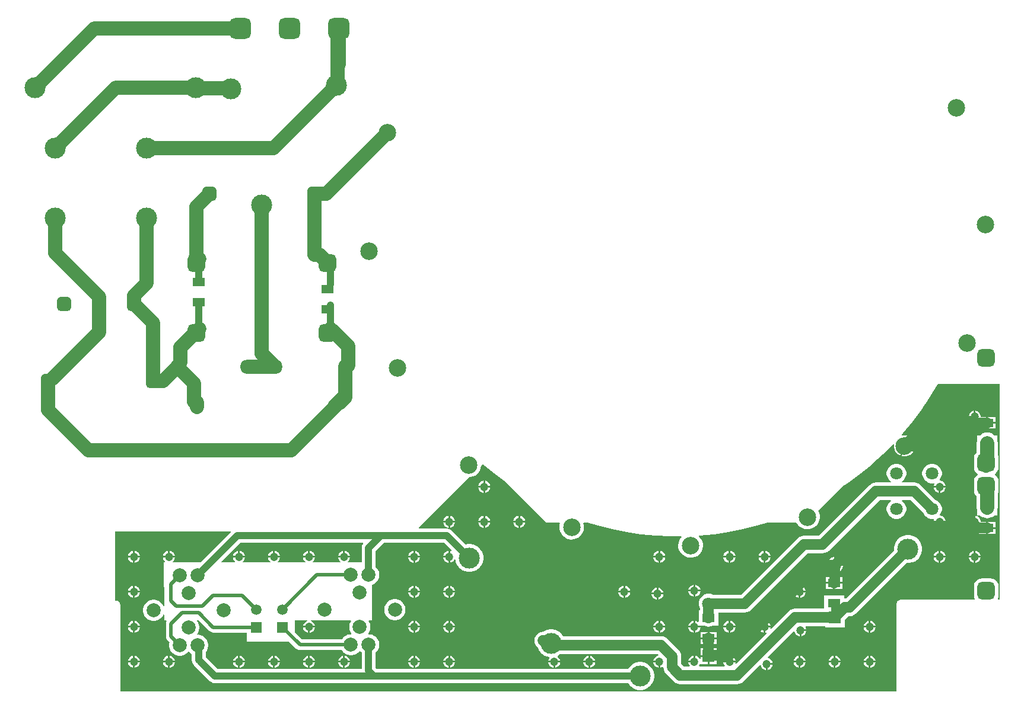
<source format=gbl>
G04*
G04 #@! TF.GenerationSoftware,Altium Limited,Altium Designer,22.9.1 (49)*
G04*
G04 Layer_Physical_Order=2*
G04 Layer_Color=16711680*
%FSLAX25Y25*%
%MOIN*%
G70*
G04*
G04 #@! TF.SameCoordinates,1257689D-38EC-466F-A697-83967F765A24*
G04*
G04*
G04 #@! TF.FilePolarity,Positive*
G04*
G01*
G75*
%ADD49R,0.07087X0.04528*%
%ADD54C,0.03937*%
%ADD55C,0.05906*%
%ADD56C,0.01968*%
%ADD57C,0.07874*%
G04:AMPARAMS|DCode=58|XSize=78.74mil|YSize=78.74mil|CornerRadius=19.68mil|HoleSize=0mil|Usage=FLASHONLY|Rotation=0.000|XOffset=0mil|YOffset=0mil|HoleType=Round|Shape=RoundedRectangle|*
%AMROUNDEDRECTD58*
21,1,0.07874,0.03937,0,0,0.0*
21,1,0.03937,0.07874,0,0,0.0*
1,1,0.03937,0.01968,-0.01968*
1,1,0.03937,-0.01968,-0.01968*
1,1,0.03937,-0.01968,0.01968*
1,1,0.03937,0.01968,0.01968*
%
%ADD58ROUNDEDRECTD58*%
G04:AMPARAMS|DCode=59|XSize=98.43mil|YSize=98.43mil|CornerRadius=24.61mil|HoleSize=0mil|Usage=FLASHONLY|Rotation=90.000|XOffset=0mil|YOffset=0mil|HoleType=Round|Shape=RoundedRectangle|*
%AMROUNDEDRECTD59*
21,1,0.09843,0.04921,0,0,90.0*
21,1,0.04921,0.09843,0,0,90.0*
1,1,0.04921,0.02461,0.02461*
1,1,0.04921,0.02461,-0.02461*
1,1,0.04921,-0.02461,-0.02461*
1,1,0.04921,-0.02461,0.02461*
%
%ADD59ROUNDEDRECTD59*%
%ADD60R,0.07087X0.07087*%
%ADD61C,0.07087*%
%ADD62C,0.09843*%
G04:AMPARAMS|DCode=63|XSize=70.87mil|YSize=70.87mil|CornerRadius=17.72mil|HoleSize=0mil|Usage=FLASHONLY|Rotation=0.000|XOffset=0mil|YOffset=0mil|HoleType=Round|Shape=RoundedRectangle|*
%AMROUNDEDRECTD63*
21,1,0.07087,0.03543,0,0,0.0*
21,1,0.03543,0.07087,0,0,0.0*
1,1,0.03543,0.01772,-0.01772*
1,1,0.03543,-0.01772,-0.01772*
1,1,0.03543,-0.01772,0.01772*
1,1,0.03543,0.01772,0.01772*
%
%ADD63ROUNDEDRECTD63*%
G04:AMPARAMS|DCode=64|XSize=98.43mil|YSize=98.43mil|CornerRadius=24.61mil|HoleSize=0mil|Usage=FLASHONLY|Rotation=0.000|XOffset=0mil|YOffset=0mil|HoleType=Round|Shape=RoundedRectangle|*
%AMROUNDEDRECTD64*
21,1,0.09843,0.04921,0,0,0.0*
21,1,0.04921,0.09843,0,0,0.0*
1,1,0.04921,0.02461,-0.02461*
1,1,0.04921,-0.02461,-0.02461*
1,1,0.04921,-0.02461,0.02461*
1,1,0.04921,0.02461,0.02461*
%
%ADD64ROUNDEDRECTD64*%
%ADD65C,0.07874*%
%ADD66C,0.11811*%
%ADD67R,0.05906X0.05906*%
%ADD68C,0.05906*%
G04:AMPARAMS|DCode=69|XSize=118.11mil|YSize=118.11mil|CornerRadius=29.53mil|HoleSize=0mil|Usage=FLASHONLY|Rotation=0.000|XOffset=0mil|YOffset=0mil|HoleType=Round|Shape=RoundedRectangle|*
%AMROUNDEDRECTD69*
21,1,0.11811,0.05906,0,0,0.0*
21,1,0.05906,0.11811,0,0,0.0*
1,1,0.05906,0.02953,-0.02953*
1,1,0.05906,-0.02953,-0.02953*
1,1,0.05906,-0.02953,0.02953*
1,1,0.05906,0.02953,0.02953*
%
%ADD69ROUNDEDRECTD69*%
%ADD70C,0.06693*%
%ADD71C,0.04724*%
G36*
X276026Y-165483D02*
X275194D01*
X274917Y-164983D01*
X275276Y-164117D01*
X275428Y-162961D01*
Y-158039D01*
X275276Y-156883D01*
X274830Y-155806D01*
X274119Y-154880D01*
X273194Y-154171D01*
X272117Y-153724D01*
X270961Y-153572D01*
X266039D01*
X264883Y-153724D01*
X263806Y-154171D01*
X262880Y-154880D01*
X262171Y-155806D01*
X261724Y-156883D01*
X261572Y-158039D01*
Y-162961D01*
X261724Y-164117D01*
X262083Y-164983D01*
X261806Y-165483D01*
X220500D01*
X219537Y-165675D01*
X218720Y-166220D01*
X218175Y-167037D01*
X217983Y-168000D01*
Y-216971D01*
X-217983D01*
Y-168500D01*
X-218175Y-167537D01*
X-218720Y-166720D01*
X-219537Y-166175D01*
X-220500Y-165983D01*
X-221000D01*
Y-127000D01*
X-156139D01*
X-155948Y-127462D01*
X-172986Y-144500D01*
X-188538D01*
X-188682Y-144114D01*
X-188690Y-144000D01*
X-188089Y-143399D01*
X-187646Y-142632D01*
X-187433Y-141835D01*
X-194126D01*
X-193913Y-142632D01*
X-193470Y-143399D01*
X-192869Y-144000D01*
X-192877Y-144114D01*
X-193021Y-144500D01*
X-193500D01*
Y-145500D01*
Y-155500D01*
Y-158500D01*
X-193465D01*
Y-169019D01*
X-193965Y-169118D01*
X-194137Y-168703D01*
X-194783Y-167736D01*
X-195606Y-166913D01*
X-196573Y-166267D01*
X-197648Y-165821D01*
X-198788Y-165594D01*
X-199952D01*
X-201093Y-165821D01*
X-202167Y-166267D01*
X-203135Y-166913D01*
X-203957Y-167736D01*
X-204604Y-168703D01*
X-205049Y-169777D01*
X-205276Y-170918D01*
Y-172082D01*
X-205049Y-173223D01*
X-204604Y-174297D01*
X-203957Y-175265D01*
X-203135Y-176087D01*
X-202167Y-176733D01*
X-201093Y-177179D01*
X-199952Y-177406D01*
X-198788D01*
X-197648Y-177179D01*
X-196573Y-176733D01*
X-195606Y-176087D01*
X-194783Y-175265D01*
X-194137Y-174297D01*
X-193965Y-173882D01*
X-193465Y-173981D01*
Y-177000D01*
X-192253D01*
X-192031Y-177448D01*
X-192079Y-177511D01*
X-192377Y-178229D01*
X-192478Y-179000D01*
Y-186256D01*
X-192377Y-187027D01*
X-192079Y-187745D01*
X-191606Y-188362D01*
X-190387Y-189581D01*
X-190591Y-190603D01*
Y-191767D01*
X-190364Y-192908D01*
X-189918Y-193982D01*
X-189272Y-194950D01*
X-188450Y-195772D01*
X-187482Y-196418D01*
X-186408Y-196864D01*
X-185267Y-197091D01*
X-184103D01*
X-182963Y-196864D01*
X-181888Y-196418D01*
X-180921Y-195772D01*
X-180098Y-194950D01*
X-179935Y-194706D01*
X-179435D01*
X-179272Y-194950D01*
X-178450Y-195772D01*
X-177903Y-196138D01*
Y-199568D01*
X-177767Y-200596D01*
X-177371Y-201554D01*
X-176740Y-202376D01*
X-176212Y-202781D01*
X-175808Y-203308D01*
X-167808Y-211308D01*
X-166985Y-211939D01*
X-166028Y-212336D01*
X-165000Y-212471D01*
X67183D01*
X67884Y-213519D01*
X68981Y-214616D01*
X70270Y-215478D01*
X71703Y-216071D01*
X73225Y-216374D01*
X74775D01*
X76297Y-216071D01*
X77730Y-215478D01*
X79019Y-214616D01*
X80116Y-213519D01*
X80978Y-212230D01*
X81571Y-210797D01*
X81874Y-209276D01*
Y-207724D01*
X81571Y-206203D01*
X80978Y-204770D01*
X80116Y-203481D01*
X79019Y-202384D01*
X77730Y-201522D01*
X76297Y-200929D01*
X74775Y-200626D01*
X73225D01*
X71703Y-200929D01*
X70270Y-201522D01*
X68981Y-202384D01*
X67884Y-203481D01*
X67183Y-204529D01*
X-73855D01*
X-74529Y-203855D01*
Y-195251D01*
X-73913Y-194635D01*
X-73267Y-193667D01*
X-72821Y-192593D01*
X-72594Y-191452D01*
Y-190288D01*
X-72821Y-189147D01*
X-73267Y-188073D01*
X-73913Y-187106D01*
X-74735Y-186283D01*
X-75703Y-185637D01*
X-76777Y-185192D01*
X-77918Y-184965D01*
X-78549D01*
X-78593Y-184925D01*
X-78799Y-184465D01*
X-78267Y-183667D01*
X-77821Y-182593D01*
X-77595Y-181452D01*
Y-180288D01*
X-77821Y-179148D01*
X-78267Y-178073D01*
X-78649Y-177500D01*
X-78382Y-177000D01*
X-76500D01*
Y-157064D01*
X-75703Y-156733D01*
X-74735Y-156087D01*
X-73913Y-155264D01*
X-73267Y-154297D01*
X-72821Y-153223D01*
X-72594Y-152082D01*
Y-150918D01*
X-72821Y-149777D01*
X-73267Y-148703D01*
X-73913Y-147736D01*
X-74529Y-147119D01*
Y-138145D01*
X-69855Y-133471D01*
X-36145D01*
X-31906Y-137709D01*
X-32165Y-138158D01*
X-32799Y-137988D01*
Y-141335D01*
Y-144682D01*
X-32001Y-144468D01*
X-31235Y-144025D01*
X-30609Y-143399D01*
X-30349Y-142949D01*
X-29822Y-143036D01*
X-29571Y-144297D01*
X-28978Y-145730D01*
X-28116Y-147019D01*
X-27019Y-148116D01*
X-25730Y-148978D01*
X-24297Y-149571D01*
X-22775Y-149874D01*
X-21225D01*
X-19703Y-149571D01*
X-18270Y-148978D01*
X-16981Y-148116D01*
X-15884Y-147019D01*
X-15022Y-145730D01*
X-14429Y-144297D01*
X-14126Y-142775D01*
Y-141225D01*
X-14429Y-139703D01*
X-15022Y-138270D01*
X-15884Y-136981D01*
X-16981Y-135884D01*
X-18270Y-135022D01*
X-19703Y-134429D01*
X-21225Y-134126D01*
X-22775D01*
X-24012Y-134372D01*
X-31692Y-126692D01*
X-32515Y-126061D01*
X-33472Y-125664D01*
X-34500Y-125529D01*
X-50168D01*
X-50359Y-125067D01*
X-21857Y-96565D01*
X-21270Y-96540D01*
X-19952Y-96217D01*
X-18722Y-95643D01*
X-17627Y-94841D01*
X-16711Y-93840D01*
X-16007Y-92680D01*
X-15542Y-91405D01*
X-15336Y-90063D01*
X-15337Y-90045D01*
X-14761Y-89469D01*
X-14311Y-89297D01*
X-13001Y-90372D01*
X-12328Y-90957D01*
X-11163Y-91880D01*
X-8035Y-94447D01*
X-7991Y-94471D01*
X-7958Y-94508D01*
X-1446Y-99337D01*
X21217Y-122000D01*
X28768D01*
X29055Y-122410D01*
X28829Y-123031D01*
X28622Y-124373D01*
X28681Y-125728D01*
X29004Y-127047D01*
X29578Y-128277D01*
X30380Y-129371D01*
X31381Y-130288D01*
X32541Y-130992D01*
X33816Y-131456D01*
X35158Y-131663D01*
X36514Y-131604D01*
X37832Y-131281D01*
X39062Y-130708D01*
X40156Y-129905D01*
X41073Y-128904D01*
X41777Y-127744D01*
X42241Y-126469D01*
X42448Y-125127D01*
X42389Y-123772D01*
X42077Y-122500D01*
X42103Y-122341D01*
X42320Y-122000D01*
X44259D01*
X50302Y-123833D01*
X50352Y-123838D01*
X50397Y-123860D01*
X58272Y-125832D01*
X58322Y-125835D01*
X58368Y-125854D01*
X66331Y-127437D01*
X66381D01*
X66428Y-127454D01*
X74458Y-128646D01*
X74508Y-128643D01*
X74556Y-128658D01*
X82635Y-129453D01*
X82685Y-129448D01*
X82734Y-129461D01*
X90842Y-129859D01*
X90892Y-129852D01*
X90941Y-129861D01*
X97054D01*
X97274Y-130361D01*
X96801Y-130878D01*
X96097Y-132038D01*
X95632Y-133313D01*
X95426Y-134655D01*
X95485Y-136011D01*
X95808Y-137329D01*
X96381Y-138559D01*
X97184Y-139653D01*
X98184Y-140570D01*
X99345Y-141274D01*
X100620Y-141738D01*
X101961Y-141945D01*
X103317Y-141886D01*
X104636Y-141563D01*
X105866Y-140990D01*
X106960Y-140187D01*
X107877Y-139186D01*
X108581Y-138026D01*
X109045Y-136751D01*
X109252Y-135409D01*
X109192Y-134054D01*
X108870Y-132735D01*
X108296Y-131505D01*
X107494Y-130411D01*
X106976Y-129937D01*
X107146Y-129466D01*
X107266Y-129461D01*
X107315Y-129448D01*
X107365Y-129453D01*
X115444Y-128658D01*
X115492Y-128643D01*
X115542Y-128646D01*
X123572Y-127454D01*
X123619Y-127437D01*
X123669D01*
X131632Y-125854D01*
X131678Y-125835D01*
X131728Y-125832D01*
X139603Y-123860D01*
X139648Y-123838D01*
X139698Y-123833D01*
X145741Y-122000D01*
X161804D01*
X162035Y-122494D01*
X162837Y-123588D01*
X163838Y-124505D01*
X164998Y-125209D01*
X166273Y-125673D01*
X167615Y-125880D01*
X168971Y-125820D01*
X170289Y-125498D01*
X171519Y-124924D01*
X172613Y-124122D01*
X173530Y-123121D01*
X174234Y-121961D01*
X174698Y-120686D01*
X174905Y-119344D01*
X174846Y-117988D01*
X174523Y-116670D01*
X173985Y-115515D01*
X187568Y-101932D01*
X191356Y-99401D01*
X191392Y-99365D01*
X191437Y-99344D01*
X197958Y-94508D01*
X197991Y-94471D01*
X198035Y-94447D01*
X204311Y-89297D01*
X204343Y-89258D01*
X204385Y-89233D01*
X210401Y-83781D01*
X210431Y-83740D01*
X210472Y-83713D01*
X216152Y-78033D01*
X216379Y-78086D01*
X216624Y-78253D01*
X216559Y-78676D01*
X216610Y-79841D01*
X216887Y-80974D01*
X217380Y-82031D01*
X218070Y-82972D01*
X218930Y-83760D01*
X219927Y-84365D01*
X220005Y-84393D01*
X222030Y-78829D01*
X224055Y-73265D01*
X223977Y-73236D01*
X222824Y-73059D01*
X221659Y-73110D01*
X221195Y-73224D01*
X220927Y-72774D01*
X221733Y-71885D01*
X221758Y-71842D01*
X221797Y-71811D01*
X226947Y-65535D01*
X226971Y-65491D01*
X227008Y-65457D01*
X231844Y-58937D01*
X231865Y-58891D01*
X231901Y-58856D01*
X234432Y-55068D01*
X234500Y-55000D01*
X234519Y-54938D01*
X236411Y-52106D01*
X236430Y-52060D01*
X236464Y-52023D01*
X240637Y-45059D01*
X240654Y-45012D01*
X240686Y-44973D01*
X241206Y-44000D01*
X276026D01*
Y-165483D01*
D02*
G37*
G36*
X-81522Y-133971D02*
X-81939Y-134514D01*
X-82336Y-135472D01*
X-82471Y-136500D01*
Y-144500D01*
X-90113D01*
X-90257Y-144114D01*
X-90265Y-144000D01*
X-89664Y-143399D01*
X-89221Y-142632D01*
X-89008Y-141835D01*
X-95701D01*
X-95487Y-142632D01*
X-95045Y-143399D01*
X-94444Y-144000D01*
X-94452Y-144114D01*
X-94596Y-144500D01*
X-109798D01*
X-109942Y-144114D01*
X-109950Y-144000D01*
X-109349Y-143399D01*
X-108906Y-142632D01*
X-108693Y-141835D01*
X-115386D01*
X-115172Y-142632D01*
X-114730Y-143399D01*
X-114129Y-144000D01*
X-114137Y-144114D01*
X-114281Y-144500D01*
X-129483D01*
X-129627Y-144114D01*
X-129635Y-144000D01*
X-129034Y-143399D01*
X-128591Y-142632D01*
X-128378Y-141835D01*
X-135071D01*
X-134857Y-142632D01*
X-134415Y-143399D01*
X-133814Y-144000D01*
X-133822Y-144114D01*
X-133966Y-144500D01*
X-149168D01*
X-149312Y-144114D01*
X-149320Y-144000D01*
X-148719Y-143399D01*
X-148276Y-142632D01*
X-148063Y-141835D01*
X-154756D01*
X-154543Y-142632D01*
X-154100Y-143399D01*
X-153499Y-144000D01*
X-153507Y-144114D01*
X-153651Y-144500D01*
X-161101D01*
X-161292Y-144038D01*
X-150725Y-133471D01*
X-81769D01*
X-81522Y-133971D01*
D02*
G37*
G36*
X-88351Y-177500D02*
X-88733Y-178073D01*
X-89179Y-179148D01*
X-89406Y-180288D01*
Y-181452D01*
X-89179Y-182593D01*
X-88733Y-183667D01*
X-88201Y-184465D01*
X-88407Y-184925D01*
X-88450Y-184965D01*
X-89082D01*
X-90223Y-185192D01*
X-91297Y-185637D01*
X-92264Y-186283D01*
X-93087Y-187106D01*
X-93612Y-187892D01*
X-115896D01*
X-120000Y-183788D01*
Y-177000D01*
X-113136D01*
X-113070Y-177500D01*
X-113337Y-177572D01*
X-114104Y-178014D01*
X-114730Y-178640D01*
X-115172Y-179407D01*
X-115386Y-180205D01*
X-108693D01*
X-108906Y-179407D01*
X-109349Y-178640D01*
X-109975Y-178014D01*
X-110742Y-177572D01*
X-111009Y-177500D01*
X-110943Y-177000D01*
X-104222D01*
X-103767Y-177091D01*
X-102603D01*
X-102148Y-177000D01*
X-88618D01*
X-88351Y-177500D01*
D02*
G37*
G36*
X-168106Y-183106D02*
X-168106Y-183106D01*
X-167489Y-183579D01*
X-166771Y-183877D01*
X-166000Y-183978D01*
X-147000D01*
Y-189000D01*
X-123212D01*
X-119236Y-192976D01*
X-118619Y-193449D01*
X-117901Y-193747D01*
X-117130Y-193848D01*
X-93612D01*
X-93087Y-194635D01*
X-92264Y-195457D01*
X-91297Y-196104D01*
X-90223Y-196549D01*
X-89082Y-196776D01*
X-87918D01*
X-86777Y-196549D01*
X-85703Y-196104D01*
X-84736Y-195457D01*
X-83913Y-194635D01*
X-83750Y-194391D01*
X-83250D01*
X-83087Y-194635D01*
X-82471Y-195251D01*
Y-204529D01*
X-163355D01*
X-169961Y-197923D01*
Y-194744D01*
X-169452Y-193982D01*
X-169007Y-192908D01*
X-168780Y-191767D01*
Y-190603D01*
X-169007Y-189462D01*
X-169452Y-188388D01*
X-170098Y-187420D01*
X-170921Y-186598D01*
X-171888Y-185952D01*
X-172962Y-185506D01*
X-174103Y-185280D01*
X-174735D01*
X-174778Y-185240D01*
X-174984Y-184780D01*
X-174452Y-183982D01*
X-174006Y-182908D01*
X-173779Y-181767D01*
Y-180603D01*
X-174006Y-179463D01*
X-174452Y-178388D01*
X-175045Y-177500D01*
X-174896Y-177000D01*
X-174212D01*
X-168106Y-183106D01*
D02*
G37*
%LPC*%
G36*
X261476Y-59248D02*
X260679Y-59461D01*
X259912Y-59904D01*
X259286Y-60530D01*
X258843Y-61297D01*
X258630Y-62094D01*
X261476D01*
Y-59248D01*
D02*
G37*
G36*
X273543Y-62736D02*
X269500D01*
Y-65500D01*
X273543D01*
Y-62736D01*
D02*
G37*
G36*
X262476Y-59248D02*
Y-62594D01*
Y-65941D01*
X263274Y-65728D01*
X263957Y-65333D01*
X264451Y-65500D01*
X268500D01*
Y-62736D01*
X265339D01*
Y-62152D01*
X265109Y-61297D01*
X264667Y-60530D01*
X264041Y-59904D01*
X263274Y-59461D01*
X262476Y-59248D01*
D02*
G37*
G36*
X261476Y-63095D02*
X258630D01*
X258843Y-63892D01*
X259286Y-64659D01*
X259912Y-65285D01*
X260679Y-65728D01*
X261476Y-65941D01*
Y-63095D01*
D02*
G37*
G36*
X273543Y-66500D02*
X269500D01*
Y-69264D01*
X273543D01*
Y-66500D01*
D02*
G37*
G36*
X268500D02*
X264457D01*
Y-69264D01*
X268500D01*
Y-66500D01*
D02*
G37*
G36*
X224995Y-73607D02*
X223141Y-78701D01*
X228235Y-80555D01*
X228264Y-80477D01*
X228441Y-79324D01*
X228390Y-78159D01*
X228113Y-77026D01*
X227620Y-75969D01*
X226930Y-75028D01*
X226070Y-74240D01*
X225073Y-73635D01*
X224995Y-73607D01*
D02*
G37*
G36*
X222799Y-79641D02*
X220945Y-84735D01*
X221023Y-84764D01*
X222176Y-84941D01*
X223341Y-84890D01*
X224474Y-84613D01*
X225531Y-84120D01*
X226472Y-83430D01*
X227260Y-82570D01*
X227865Y-81573D01*
X227893Y-81495D01*
X222799Y-79641D01*
D02*
G37*
G36*
X238726Y-88988D02*
X237274D01*
X235873Y-89364D01*
X234616Y-90089D01*
X233590Y-91116D01*
X232864Y-92373D01*
X232488Y-93774D01*
Y-95226D01*
X232864Y-96627D01*
X233590Y-97884D01*
X234616Y-98910D01*
X235873Y-99636D01*
X237274Y-100012D01*
X238726D01*
X239002Y-99938D01*
X239331Y-100367D01*
X239158Y-100667D01*
X238945Y-101465D01*
X245638D01*
X245424Y-100667D01*
X244982Y-99900D01*
X244356Y-99274D01*
X243589Y-98831D01*
X242734Y-98602D01*
X242400D01*
X242193Y-98102D01*
X242411Y-97884D01*
X243136Y-96627D01*
X243512Y-95226D01*
Y-93774D01*
X243136Y-92373D01*
X242411Y-91116D01*
X241384Y-90089D01*
X240127Y-89364D01*
X238726Y-88988D01*
D02*
G37*
G36*
X-13114Y-98618D02*
Y-101465D01*
X-10267D01*
X-10481Y-100667D01*
X-10924Y-99900D01*
X-11550Y-99274D01*
X-12316Y-98831D01*
X-13114Y-98618D01*
D02*
G37*
G36*
X-14114D02*
X-14912Y-98831D01*
X-15679Y-99274D01*
X-16305Y-99900D01*
X-16747Y-100667D01*
X-16961Y-101465D01*
X-14114D01*
Y-98618D01*
D02*
G37*
G36*
X245638Y-102465D02*
X242791D01*
Y-105311D01*
X243589Y-105098D01*
X244356Y-104655D01*
X244982Y-104029D01*
X245424Y-103262D01*
X245638Y-102465D01*
D02*
G37*
G36*
X241791D02*
X238945D01*
X239158Y-103262D01*
X239601Y-104029D01*
X240227Y-104655D01*
X240994Y-105098D01*
X241791Y-105311D01*
Y-102465D01*
D02*
G37*
G36*
X-10267D02*
X-13114D01*
Y-105311D01*
X-12316Y-105098D01*
X-11550Y-104655D01*
X-10924Y-104029D01*
X-10481Y-103262D01*
X-10267Y-102465D01*
D02*
G37*
G36*
X-14114D02*
X-16961D01*
X-16747Y-103262D01*
X-16305Y-104029D01*
X-15679Y-104655D01*
X-14912Y-105098D01*
X-14114Y-105311D01*
Y-102465D01*
D02*
G37*
G36*
X269000Y-71483D02*
X267842Y-71597D01*
X266729Y-71935D01*
X265703Y-72483D01*
X264848Y-73185D01*
X263488D01*
Y-75243D01*
X263180Y-76260D01*
X263066Y-77417D01*
Y-82738D01*
X262880Y-82881D01*
X262171Y-83806D01*
X261724Y-84883D01*
X261572Y-86039D01*
Y-90961D01*
X261724Y-92117D01*
X262171Y-93194D01*
X262880Y-94120D01*
X263598Y-94670D01*
X263620Y-94717D01*
Y-95227D01*
X263598Y-95275D01*
X262880Y-95825D01*
X262171Y-96751D01*
X261724Y-97828D01*
X261572Y-98984D01*
Y-103905D01*
X261724Y-105062D01*
X262171Y-106139D01*
X262880Y-107064D01*
X263066Y-107207D01*
Y-113791D01*
X263180Y-114949D01*
X263488Y-115965D01*
Y-118024D01*
X264848D01*
X265703Y-118725D01*
X266729Y-119274D01*
X267842Y-119611D01*
X269000Y-119725D01*
X270158Y-119611D01*
X271271Y-119274D01*
X272297Y-118725D01*
X273152Y-118024D01*
X274512D01*
Y-115965D01*
X274820Y-114949D01*
X274934Y-113791D01*
Y-105887D01*
X275276Y-105062D01*
X275428Y-103905D01*
Y-98984D01*
X275276Y-97828D01*
X274830Y-96751D01*
X274119Y-95825D01*
X273402Y-95275D01*
X273380Y-95227D01*
Y-94717D01*
X273402Y-94670D01*
X274119Y-94120D01*
X274830Y-93194D01*
X275276Y-92117D01*
X275428Y-90961D01*
Y-86039D01*
X275276Y-84883D01*
X274934Y-84058D01*
Y-77417D01*
X274820Y-76260D01*
X274512Y-75243D01*
Y-73185D01*
X273152D01*
X272297Y-72483D01*
X271271Y-71935D01*
X270158Y-71597D01*
X269000Y-71483D01*
D02*
G37*
G36*
X261476Y-118303D02*
X260679Y-118517D01*
X259912Y-118959D01*
X259286Y-119585D01*
X258843Y-120352D01*
X258630Y-121150D01*
X261476D01*
Y-118303D01*
D02*
G37*
G36*
X218726Y-88988D02*
X217274D01*
X215873Y-89364D01*
X214616Y-90089D01*
X213589Y-91116D01*
X212864Y-92373D01*
X212488Y-93774D01*
Y-95226D01*
X212864Y-96627D01*
X213589Y-97884D01*
X214616Y-98910D01*
X214863Y-99053D01*
X214734Y-99536D01*
X206500D01*
X205215Y-99705D01*
X204018Y-100201D01*
X202990Y-100990D01*
X174444Y-129536D01*
X166000D01*
X164715Y-129705D01*
X163518Y-130201D01*
X162490Y-130990D01*
X130708Y-162773D01*
X114926D01*
X114628Y-162600D01*
X113226Y-162224D01*
X111774D01*
X110372Y-162600D01*
X109116Y-163326D01*
X108089Y-164352D01*
X107364Y-165609D01*
X106988Y-167011D01*
Y-168462D01*
X107364Y-169864D01*
X107536Y-170162D01*
Y-171559D01*
X106988D01*
Y-177813D01*
X106488Y-177972D01*
X105794Y-177572D01*
X104996Y-177358D01*
Y-180205D01*
X107902D01*
X108041Y-180024D01*
X109932D01*
X110018Y-180090D01*
X111215Y-180586D01*
X112500Y-180755D01*
X113785Y-180586D01*
X114982Y-180090D01*
X115068Y-180024D01*
X118012D01*
Y-172700D01*
X132764D01*
X134048Y-172531D01*
X135246Y-172035D01*
X136274Y-171246D01*
X168056Y-139464D01*
X176500D01*
X177785Y-139295D01*
X178982Y-138799D01*
X180010Y-138010D01*
X208556Y-109464D01*
X214734D01*
X214863Y-109947D01*
X214616Y-110090D01*
X213589Y-111116D01*
X212864Y-112373D01*
X212488Y-113774D01*
Y-115226D01*
X212864Y-116628D01*
X213589Y-117884D01*
X214616Y-118911D01*
X215873Y-119636D01*
X217274Y-120012D01*
X218726D01*
X220128Y-119636D01*
X221384Y-118911D01*
X222410Y-117884D01*
X223136Y-116628D01*
X223512Y-115226D01*
Y-113774D01*
X223136Y-112373D01*
X222410Y-111116D01*
X221384Y-110090D01*
X221137Y-109947D01*
X221266Y-109464D01*
X225944D01*
X232775Y-116294D01*
X232864Y-116628D01*
X233590Y-117884D01*
X234616Y-118911D01*
X235873Y-119636D01*
X237274Y-120012D01*
X238726D01*
X238866Y-119974D01*
X239141Y-120418D01*
X238945Y-121150D01*
X245638D01*
X245424Y-120352D01*
X244982Y-119585D01*
X244356Y-118959D01*
X243589Y-118517D01*
X242734Y-118287D01*
X242644D01*
X242466Y-117787D01*
X243136Y-116628D01*
X243512Y-115226D01*
Y-113774D01*
X243136Y-112373D01*
X242411Y-111116D01*
X241384Y-110090D01*
X240127Y-109364D01*
X239794Y-109275D01*
X231510Y-100990D01*
X230482Y-100201D01*
X229285Y-99705D01*
X228000Y-99536D01*
X221266D01*
X221137Y-99053D01*
X221384Y-98910D01*
X222410Y-97884D01*
X223136Y-96627D01*
X223512Y-95226D01*
Y-93774D01*
X223136Y-92373D01*
X222410Y-91116D01*
X221384Y-90089D01*
X220128Y-89364D01*
X218726Y-88988D01*
D02*
G37*
G36*
X6571Y-118303D02*
Y-121150D01*
X9418D01*
X9204Y-120352D01*
X8761Y-119585D01*
X8135Y-118959D01*
X7369Y-118517D01*
X6571Y-118303D01*
D02*
G37*
G36*
X5571D02*
X4773Y-118517D01*
X4006Y-118959D01*
X3380Y-119585D01*
X2938Y-120352D01*
X2724Y-121150D01*
X5571D01*
Y-118303D01*
D02*
G37*
G36*
X-13114D02*
Y-121150D01*
X-10267D01*
X-10481Y-120352D01*
X-10924Y-119585D01*
X-11550Y-118959D01*
X-12316Y-118517D01*
X-13114Y-118303D01*
D02*
G37*
G36*
X-14114D02*
X-14912Y-118517D01*
X-15679Y-118959D01*
X-16305Y-119585D01*
X-16747Y-120352D01*
X-16961Y-121150D01*
X-14114D01*
Y-118303D01*
D02*
G37*
G36*
X-32799D02*
Y-121150D01*
X-29952D01*
X-30166Y-120352D01*
X-30609Y-119585D01*
X-31235Y-118959D01*
X-32001Y-118517D01*
X-32799Y-118303D01*
D02*
G37*
G36*
X-33799D02*
X-34597Y-118517D01*
X-35364Y-118959D01*
X-35990Y-119585D01*
X-36432Y-120352D01*
X-36646Y-121150D01*
X-33799D01*
Y-118303D01*
D02*
G37*
G36*
X273543Y-121945D02*
X269500D01*
Y-124709D01*
X273543D01*
Y-121945D01*
D02*
G37*
G36*
X262476Y-118303D02*
Y-121650D01*
Y-124996D01*
X263274Y-124783D01*
X263957Y-124389D01*
X264457Y-124557D01*
Y-124709D01*
X268500D01*
Y-121945D01*
X265339D01*
Y-121207D01*
X265109Y-120352D01*
X264667Y-119585D01*
X264041Y-118959D01*
X263274Y-118517D01*
X262476Y-118303D01*
D02*
G37*
G36*
X261476Y-122150D02*
X258630D01*
X258843Y-122947D01*
X259286Y-123714D01*
X259912Y-124340D01*
X260679Y-124783D01*
X261476Y-124996D01*
Y-122150D01*
D02*
G37*
G36*
X245638D02*
X242791D01*
Y-124996D01*
X243589Y-124783D01*
X244356Y-124340D01*
X244982Y-123714D01*
X245424Y-122947D01*
X245638Y-122150D01*
D02*
G37*
G36*
X241791D02*
X238945D01*
X239158Y-122947D01*
X239601Y-123714D01*
X240227Y-124340D01*
X240994Y-124783D01*
X241791Y-124996D01*
Y-122150D01*
D02*
G37*
G36*
X9418D02*
X6571D01*
Y-124996D01*
X7369Y-124783D01*
X8135Y-124340D01*
X8761Y-123714D01*
X9204Y-122947D01*
X9418Y-122150D01*
D02*
G37*
G36*
X5571D02*
X2724D01*
X2938Y-122947D01*
X3380Y-123714D01*
X4006Y-124340D01*
X4773Y-124783D01*
X5571Y-124996D01*
Y-122150D01*
D02*
G37*
G36*
X-10267D02*
X-13114D01*
Y-124996D01*
X-12316Y-124783D01*
X-11550Y-124340D01*
X-10924Y-123714D01*
X-10481Y-122947D01*
X-10267Y-122150D01*
D02*
G37*
G36*
X-14114D02*
X-16961D01*
X-16747Y-122947D01*
X-16305Y-123714D01*
X-15679Y-124340D01*
X-14912Y-124783D01*
X-14114Y-124996D01*
Y-122150D01*
D02*
G37*
G36*
X-29952D02*
X-32799D01*
Y-124996D01*
X-32001Y-124783D01*
X-31235Y-124340D01*
X-30609Y-123714D01*
X-30166Y-122947D01*
X-29952Y-122150D01*
D02*
G37*
G36*
X-33799D02*
X-36646D01*
X-36432Y-122947D01*
X-35990Y-123714D01*
X-35364Y-124340D01*
X-34597Y-124783D01*
X-33799Y-124996D01*
Y-122150D01*
D02*
G37*
G36*
X273543Y-125709D02*
X269500D01*
Y-128472D01*
X273543D01*
Y-125709D01*
D02*
G37*
G36*
X268500D02*
X264457D01*
Y-128472D01*
X268500D01*
Y-125709D01*
D02*
G37*
G36*
X262476Y-137988D02*
Y-140835D01*
X265323D01*
X265109Y-140037D01*
X264667Y-139270D01*
X264041Y-138644D01*
X263274Y-138202D01*
X262476Y-137988D01*
D02*
G37*
G36*
X261476D02*
X260679Y-138202D01*
X259912Y-138644D01*
X259286Y-139270D01*
X258843Y-140037D01*
X258630Y-140835D01*
X261476D01*
Y-137988D01*
D02*
G37*
G36*
X242791D02*
Y-140835D01*
X245638D01*
X245424Y-140037D01*
X244982Y-139270D01*
X244356Y-138644D01*
X243589Y-138202D01*
X242791Y-137988D01*
D02*
G37*
G36*
X241791D02*
X240994Y-138202D01*
X240227Y-138644D01*
X239601Y-139270D01*
X239158Y-140037D01*
X238945Y-140835D01*
X241791D01*
Y-137988D01*
D02*
G37*
G36*
X144366D02*
Y-140835D01*
X147213D01*
X146999Y-140037D01*
X146557Y-139270D01*
X145931Y-138644D01*
X145164Y-138202D01*
X144366Y-137988D01*
D02*
G37*
G36*
X143366D02*
X142568Y-138202D01*
X141802Y-138644D01*
X141176Y-139270D01*
X140733Y-140037D01*
X140519Y-140835D01*
X143366D01*
Y-137988D01*
D02*
G37*
G36*
X124681D02*
Y-140835D01*
X127528D01*
X127314Y-140037D01*
X126872Y-139270D01*
X126246Y-138644D01*
X125479Y-138202D01*
X124681Y-137988D01*
D02*
G37*
G36*
X123681D02*
X122883Y-138202D01*
X122117Y-138644D01*
X121491Y-139270D01*
X121048Y-140037D01*
X120834Y-140835D01*
X123681D01*
Y-137988D01*
D02*
G37*
G36*
X85311D02*
Y-140835D01*
X88158D01*
X87944Y-140037D01*
X87502Y-139270D01*
X86875Y-138644D01*
X86109Y-138202D01*
X85311Y-137988D01*
D02*
G37*
G36*
X84311D02*
X83513Y-138202D01*
X82747Y-138644D01*
X82121Y-139270D01*
X81678Y-140037D01*
X81464Y-140835D01*
X84311D01*
Y-137988D01*
D02*
G37*
G36*
X-33799D02*
X-34597Y-138202D01*
X-35364Y-138644D01*
X-35990Y-139270D01*
X-36432Y-140037D01*
X-36646Y-140835D01*
X-33799D01*
Y-137988D01*
D02*
G37*
G36*
X-52484D02*
Y-140835D01*
X-49637D01*
X-49851Y-140037D01*
X-50294Y-139270D01*
X-50920Y-138644D01*
X-51687Y-138202D01*
X-52484Y-137988D01*
D02*
G37*
G36*
X-53484D02*
X-54282Y-138202D01*
X-55049Y-138644D01*
X-55675Y-139270D01*
X-56117Y-140037D01*
X-56331Y-140835D01*
X-53484D01*
Y-137988D01*
D02*
G37*
G36*
X-190279D02*
Y-140835D01*
X-187433D01*
X-187646Y-140037D01*
X-188089Y-139270D01*
X-188715Y-138644D01*
X-189482Y-138202D01*
X-190279Y-137988D01*
D02*
G37*
G36*
X-191279D02*
X-192077Y-138202D01*
X-192844Y-138644D01*
X-193470Y-139270D01*
X-193913Y-140037D01*
X-194126Y-140835D01*
X-191279D01*
Y-137988D01*
D02*
G37*
G36*
X-209965D02*
Y-140835D01*
X-207118D01*
X-207331Y-140037D01*
X-207774Y-139270D01*
X-208400Y-138644D01*
X-209167Y-138202D01*
X-209965Y-137988D01*
D02*
G37*
G36*
X-210965D02*
X-211762Y-138202D01*
X-212529Y-138644D01*
X-213155Y-139270D01*
X-213598Y-140037D01*
X-213811Y-140835D01*
X-210965D01*
Y-137988D01*
D02*
G37*
G36*
X265323Y-141835D02*
X262476D01*
Y-144682D01*
X263274Y-144468D01*
X264041Y-144025D01*
X264667Y-143399D01*
X265109Y-142632D01*
X265323Y-141835D01*
D02*
G37*
G36*
X261476D02*
X258630D01*
X258843Y-142632D01*
X259286Y-143399D01*
X259912Y-144025D01*
X260679Y-144468D01*
X261476Y-144682D01*
Y-141835D01*
D02*
G37*
G36*
X245638D02*
X242791D01*
Y-144682D01*
X243589Y-144468D01*
X244356Y-144025D01*
X244982Y-143399D01*
X245424Y-142632D01*
X245638Y-141835D01*
D02*
G37*
G36*
X241791D02*
X238945D01*
X239158Y-142632D01*
X239601Y-143399D01*
X240227Y-144025D01*
X240994Y-144468D01*
X241791Y-144682D01*
Y-141835D01*
D02*
G37*
G36*
X147213D02*
X144366D01*
Y-144682D01*
X145164Y-144468D01*
X145931Y-144025D01*
X146557Y-143399D01*
X146999Y-142632D01*
X147213Y-141835D01*
D02*
G37*
G36*
X143366D02*
X140519D01*
X140733Y-142632D01*
X141176Y-143399D01*
X141802Y-144025D01*
X142568Y-144468D01*
X143366Y-144682D01*
Y-141835D01*
D02*
G37*
G36*
X127528D02*
X124681D01*
Y-144682D01*
X125479Y-144468D01*
X126246Y-144025D01*
X126872Y-143399D01*
X127314Y-142632D01*
X127528Y-141835D01*
D02*
G37*
G36*
X123681D02*
X120834D01*
X121048Y-142632D01*
X121491Y-143399D01*
X122117Y-144025D01*
X122883Y-144468D01*
X123681Y-144682D01*
Y-141835D01*
D02*
G37*
G36*
X88158D02*
X85311D01*
Y-144682D01*
X86109Y-144468D01*
X86875Y-144025D01*
X87502Y-143399D01*
X87944Y-142632D01*
X88158Y-141835D01*
D02*
G37*
G36*
X84311D02*
X81464D01*
X81678Y-142632D01*
X82121Y-143399D01*
X82747Y-144025D01*
X83513Y-144468D01*
X84311Y-144682D01*
Y-141835D01*
D02*
G37*
G36*
X-33799D02*
X-36646D01*
X-36432Y-142632D01*
X-35990Y-143399D01*
X-35364Y-144025D01*
X-34597Y-144468D01*
X-33799Y-144682D01*
Y-141835D01*
D02*
G37*
G36*
X-49637D02*
X-52484D01*
Y-144682D01*
X-51687Y-144468D01*
X-50920Y-144025D01*
X-50294Y-143399D01*
X-49851Y-142632D01*
X-49637Y-141835D01*
D02*
G37*
G36*
X-53484D02*
X-56331D01*
X-56117Y-142632D01*
X-55675Y-143399D01*
X-55049Y-144025D01*
X-54282Y-144468D01*
X-53484Y-144682D01*
Y-141835D01*
D02*
G37*
G36*
X-207118D02*
X-209965D01*
Y-144682D01*
X-209167Y-144468D01*
X-208400Y-144025D01*
X-207774Y-143399D01*
X-207331Y-142632D01*
X-207118Y-141835D01*
D02*
G37*
G36*
X-210965D02*
X-213811D01*
X-213598Y-142632D01*
X-213155Y-143399D01*
X-212529Y-144025D01*
X-211762Y-144468D01*
X-210965Y-144682D01*
Y-141835D01*
D02*
G37*
G36*
X225275Y-129126D02*
X223725D01*
X222203Y-129429D01*
X220770Y-130022D01*
X219481Y-130884D01*
X218384Y-131981D01*
X217522Y-133270D01*
X216929Y-134703D01*
X216626Y-136224D01*
Y-137776D01*
X216639Y-137841D01*
X189535Y-164945D01*
X189091D01*
X188888Y-164972D01*
X188512Y-164642D01*
Y-163268D01*
X177488D01*
Y-170536D01*
X161000D01*
X159715Y-170705D01*
X158518Y-171201D01*
X157490Y-171990D01*
X147531Y-181949D01*
X147083Y-181690D01*
X147213Y-181205D01*
X144366D01*
Y-184052D01*
X144852Y-183922D01*
X145110Y-184370D01*
X127846Y-201634D01*
X127398Y-201375D01*
X127528Y-200890D01*
X120834D01*
X121048Y-201688D01*
X121491Y-202454D01*
X121611Y-202574D01*
X121420Y-203036D01*
X107258D01*
X107066Y-202574D01*
X107186Y-202454D01*
X107500Y-201911D01*
X107957Y-201807D01*
X108115Y-201807D01*
X112000D01*
Y-197764D01*
X107957D01*
Y-198659D01*
X107457Y-198793D01*
X107186Y-198325D01*
X106561Y-197699D01*
X105794Y-197257D01*
X104996Y-197043D01*
Y-200390D01*
X104496D01*
Y-200890D01*
X101149D01*
X101363Y-201688D01*
X101806Y-202454D01*
X101926Y-202574D01*
X101734Y-203036D01*
X98556D01*
X97058Y-201538D01*
Y-197373D01*
X96889Y-196088D01*
X96393Y-194891D01*
X95604Y-193863D01*
X89231Y-187490D01*
X88204Y-186701D01*
X87006Y-186205D01*
X85722Y-186036D01*
X30821D01*
X30116Y-184981D01*
X29019Y-183884D01*
X27730Y-183022D01*
X26297Y-182429D01*
X24776Y-182126D01*
X23224D01*
X21703Y-182429D01*
X20270Y-183022D01*
X19501Y-183536D01*
X19500Y-183536D01*
X18215Y-183705D01*
X17018Y-184201D01*
X15990Y-184990D01*
X15201Y-186018D01*
X14705Y-187215D01*
X14536Y-188500D01*
X14705Y-189785D01*
X15201Y-190982D01*
X15990Y-192010D01*
X16536Y-192555D01*
X17022Y-193730D01*
X17884Y-195019D01*
X18981Y-196116D01*
X20270Y-196978D01*
X21703Y-197571D01*
X22878Y-197805D01*
X23065Y-198325D01*
X22623Y-199092D01*
X22409Y-199890D01*
X29103D01*
X28889Y-199092D01*
X28446Y-198325D01*
X27820Y-197699D01*
X27544Y-197540D01*
X27577Y-197041D01*
X27730Y-196978D01*
X29019Y-196116D01*
X29172Y-195964D01*
X83666D01*
X84248Y-196546D01*
X84096Y-197101D01*
X83513Y-197257D01*
X82747Y-197699D01*
X82121Y-198325D01*
X81678Y-199092D01*
X81464Y-199890D01*
X84811D01*
Y-200390D01*
X85311D01*
Y-203737D01*
X86109Y-203523D01*
X86631Y-203222D01*
X87131Y-203506D01*
Y-203594D01*
X87300Y-204879D01*
X87796Y-206076D01*
X88585Y-207104D01*
X92990Y-211510D01*
X94018Y-212299D01*
X95215Y-212795D01*
X96500Y-212964D01*
X128500D01*
X129785Y-212795D01*
X130982Y-212299D01*
X132010Y-211510D01*
X141294Y-202225D01*
X141849Y-202378D01*
X142005Y-202960D01*
X142448Y-203726D01*
X143074Y-204352D01*
X143841Y-204795D01*
X144638Y-205009D01*
Y-201662D01*
X145138D01*
Y-201162D01*
X148485D01*
X148272Y-200364D01*
X147829Y-199598D01*
X147203Y-198972D01*
X146436Y-198529D01*
X145854Y-198373D01*
X145702Y-197818D01*
X160173Y-183347D01*
X160728Y-183499D01*
X160884Y-184081D01*
X161327Y-184848D01*
X161952Y-185474D01*
X162719Y-185916D01*
X163517Y-186130D01*
Y-182783D01*
X164017D01*
Y-182283D01*
X167364D01*
X167150Y-181486D01*
X166849Y-180964D01*
X167133Y-180464D01*
X177988D01*
Y-181012D01*
X189012D01*
Y-177008D01*
X191147Y-174873D01*
X191591D01*
X192876Y-174703D01*
X194073Y-174207D01*
X195101Y-173419D01*
X223659Y-144861D01*
X223725Y-144874D01*
X225275D01*
X226797Y-144571D01*
X228230Y-143978D01*
X229519Y-143116D01*
X230616Y-142019D01*
X231478Y-140730D01*
X232071Y-139297D01*
X232374Y-137776D01*
Y-136224D01*
X232071Y-134703D01*
X231478Y-133270D01*
X230616Y-131981D01*
X229519Y-130884D01*
X228230Y-130022D01*
X226797Y-129429D01*
X225275Y-129126D01*
D02*
G37*
G36*
X184098Y-141429D02*
X184000D01*
Y-145472D01*
X188043D01*
Y-145374D01*
X187734Y-144219D01*
X187136Y-143183D01*
X186290Y-142337D01*
X185254Y-141739D01*
X184098Y-141429D01*
D02*
G37*
G36*
X183000D02*
X182902D01*
X181746Y-141739D01*
X180710Y-142337D01*
X179865Y-143183D01*
X179266Y-144219D01*
X178957Y-145374D01*
Y-145472D01*
X183000D01*
Y-141429D01*
D02*
G37*
G36*
X188043Y-146472D02*
X184000D01*
Y-150516D01*
X184098D01*
X185254Y-150206D01*
X186290Y-149608D01*
X187136Y-148762D01*
X187734Y-147726D01*
X188043Y-146571D01*
Y-146472D01*
D02*
G37*
G36*
X183000D02*
X178957D01*
Y-146571D01*
X179266Y-147726D01*
X179865Y-148762D01*
X180710Y-149608D01*
X181746Y-150206D01*
X182902Y-150516D01*
X183000D01*
Y-146472D01*
D02*
G37*
G36*
X187543Y-152819D02*
X183500D01*
Y-155583D01*
X187543D01*
Y-152819D01*
D02*
G37*
G36*
X182500D02*
X178457D01*
Y-155583D01*
X182500D01*
Y-152819D01*
D02*
G37*
G36*
X187543Y-156583D02*
X183500D01*
Y-159346D01*
X187543D01*
Y-156583D01*
D02*
G37*
G36*
X182500D02*
X178457D01*
Y-159346D01*
X182500D01*
Y-156583D01*
D02*
G37*
G36*
X104996Y-157106D02*
Y-159953D01*
X107843D01*
X107629Y-159155D01*
X107186Y-158388D01*
X106561Y-157762D01*
X105794Y-157320D01*
X104996Y-157106D01*
D02*
G37*
G36*
X103996D02*
X103198Y-157320D01*
X102432Y-157762D01*
X101806Y-158388D01*
X101363Y-159155D01*
X101149Y-159953D01*
X103996D01*
Y-157106D01*
D02*
G37*
G36*
X164051Y-157673D02*
Y-160520D01*
X166898D01*
X166684Y-159722D01*
X166242Y-158955D01*
X165616Y-158329D01*
X164849Y-157887D01*
X164051Y-157673D01*
D02*
G37*
G36*
X163051D02*
X162253Y-157887D01*
X161487Y-158329D01*
X160861Y-158955D01*
X160418Y-159722D01*
X160204Y-160520D01*
X163051D01*
Y-157673D01*
D02*
G37*
G36*
X65626D02*
Y-160520D01*
X68473D01*
X68259Y-159722D01*
X67816Y-158955D01*
X67190Y-158329D01*
X66424Y-157887D01*
X65626Y-157673D01*
D02*
G37*
G36*
X64626D02*
X63828Y-157887D01*
X63062Y-158329D01*
X62436Y-158955D01*
X61993Y-159722D01*
X61779Y-160520D01*
X64626D01*
Y-157673D01*
D02*
G37*
G36*
X-32799D02*
Y-160520D01*
X-29952D01*
X-30166Y-159722D01*
X-30609Y-158955D01*
X-31235Y-158329D01*
X-32001Y-157887D01*
X-32799Y-157673D01*
D02*
G37*
G36*
X-33799D02*
X-34597Y-157887D01*
X-35364Y-158329D01*
X-35990Y-158955D01*
X-36432Y-159722D01*
X-36646Y-160520D01*
X-33799D01*
Y-157673D01*
D02*
G37*
G36*
X-52484D02*
Y-160520D01*
X-49637D01*
X-49851Y-159722D01*
X-50294Y-158955D01*
X-50920Y-158329D01*
X-51687Y-157887D01*
X-52484Y-157673D01*
D02*
G37*
G36*
X-53484D02*
X-54282Y-157887D01*
X-55049Y-158329D01*
X-55675Y-158955D01*
X-56117Y-159722D01*
X-56331Y-160520D01*
X-53484D01*
Y-157673D01*
D02*
G37*
G36*
X-209965D02*
Y-160520D01*
X-207118D01*
X-207331Y-159722D01*
X-207774Y-158955D01*
X-208400Y-158329D01*
X-209167Y-157887D01*
X-209965Y-157673D01*
D02*
G37*
G36*
X-210965D02*
X-211762Y-157887D01*
X-212529Y-158329D01*
X-213155Y-158955D01*
X-213598Y-159722D01*
X-213811Y-160520D01*
X-210965D01*
Y-157673D01*
D02*
G37*
G36*
X84265Y-158719D02*
Y-161565D01*
X87112D01*
X86898Y-160768D01*
X86456Y-160001D01*
X85830Y-159375D01*
X85063Y-158932D01*
X84265Y-158719D01*
D02*
G37*
G36*
X83265D02*
X82467Y-158932D01*
X81701Y-159375D01*
X81075Y-160001D01*
X80632Y-160768D01*
X80418Y-161565D01*
X83265D01*
Y-158719D01*
D02*
G37*
G36*
X107843Y-160953D02*
X104996D01*
Y-163800D01*
X105794Y-163586D01*
X106561Y-163143D01*
X107186Y-162517D01*
X107629Y-161750D01*
X107843Y-160953D01*
D02*
G37*
G36*
X103996D02*
X101149D01*
X101363Y-161750D01*
X101806Y-162517D01*
X102432Y-163143D01*
X103198Y-163586D01*
X103996Y-163800D01*
Y-160953D01*
D02*
G37*
G36*
X166898Y-161520D02*
X164051D01*
Y-164366D01*
X164849Y-164153D01*
X165616Y-163710D01*
X166242Y-163084D01*
X166684Y-162317D01*
X166898Y-161520D01*
D02*
G37*
G36*
X163051D02*
X160204D01*
X160418Y-162317D01*
X160861Y-163084D01*
X161487Y-163710D01*
X162253Y-164153D01*
X163051Y-164366D01*
Y-161520D01*
D02*
G37*
G36*
X68473D02*
X65626D01*
Y-164366D01*
X66424Y-164153D01*
X67190Y-163710D01*
X67816Y-163084D01*
X68259Y-162317D01*
X68473Y-161520D01*
D02*
G37*
G36*
X64626D02*
X61779D01*
X61993Y-162317D01*
X62436Y-163084D01*
X63062Y-163710D01*
X63828Y-164153D01*
X64626Y-164366D01*
Y-161520D01*
D02*
G37*
G36*
X-29952D02*
X-32799D01*
Y-164366D01*
X-32001Y-164153D01*
X-31235Y-163710D01*
X-30609Y-163084D01*
X-30166Y-162317D01*
X-29952Y-161520D01*
D02*
G37*
G36*
X-33799D02*
X-36646D01*
X-36432Y-162317D01*
X-35990Y-163084D01*
X-35364Y-163710D01*
X-34597Y-164153D01*
X-33799Y-164366D01*
Y-161520D01*
D02*
G37*
G36*
X-49637D02*
X-52484D01*
Y-164366D01*
X-51687Y-164153D01*
X-50920Y-163710D01*
X-50294Y-163084D01*
X-49851Y-162317D01*
X-49637Y-161520D01*
D02*
G37*
G36*
X-53484D02*
X-56331D01*
X-56117Y-162317D01*
X-55675Y-163084D01*
X-55049Y-163710D01*
X-54282Y-164153D01*
X-53484Y-164366D01*
Y-161520D01*
D02*
G37*
G36*
X-207118D02*
X-209965D01*
Y-164366D01*
X-209167Y-164153D01*
X-208400Y-163710D01*
X-207774Y-163084D01*
X-207331Y-162317D01*
X-207118Y-161520D01*
D02*
G37*
G36*
X-210965D02*
X-213811D01*
X-213598Y-162317D01*
X-213155Y-163084D01*
X-212529Y-163710D01*
X-211762Y-164153D01*
X-210965Y-164366D01*
Y-161520D01*
D02*
G37*
G36*
X87112Y-162566D02*
X84265D01*
Y-165412D01*
X85063Y-165199D01*
X85830Y-164756D01*
X86456Y-164130D01*
X86898Y-163363D01*
X87112Y-162566D01*
D02*
G37*
G36*
X83265D02*
X80418D01*
X80632Y-163363D01*
X81075Y-164130D01*
X81701Y-164756D01*
X82467Y-165199D01*
X83265Y-165412D01*
Y-162566D01*
D02*
G37*
G36*
X-63233Y-165279D02*
X-64397D01*
X-65538Y-165506D01*
X-66612Y-165952D01*
X-67580Y-166598D01*
X-68402Y-167420D01*
X-69048Y-168388D01*
X-69494Y-169463D01*
X-69721Y-170603D01*
Y-171767D01*
X-69494Y-172908D01*
X-69048Y-173982D01*
X-68402Y-174950D01*
X-67580Y-175772D01*
X-66612Y-176418D01*
X-65538Y-176864D01*
X-64397Y-177091D01*
X-63233D01*
X-62092Y-176864D01*
X-61018Y-176418D01*
X-60050Y-175772D01*
X-59228Y-174950D01*
X-58582Y-173982D01*
X-58136Y-172908D01*
X-57910Y-171767D01*
Y-170603D01*
X-58136Y-169463D01*
X-58582Y-168388D01*
X-59228Y-167420D01*
X-60050Y-166598D01*
X-61018Y-165952D01*
X-62092Y-165506D01*
X-63233Y-165279D01*
D02*
G37*
G36*
X203421Y-177358D02*
Y-180205D01*
X206268D01*
X206054Y-179407D01*
X205612Y-178640D01*
X204986Y-178014D01*
X204219Y-177572D01*
X203421Y-177358D01*
D02*
G37*
G36*
X202421D02*
X201624Y-177572D01*
X200857Y-178014D01*
X200231Y-178640D01*
X199788Y-179407D01*
X199574Y-180205D01*
X202421D01*
Y-177358D01*
D02*
G37*
G36*
X144366D02*
Y-180205D01*
X147213D01*
X146999Y-179407D01*
X146557Y-178640D01*
X145931Y-178014D01*
X145164Y-177572D01*
X144366Y-177358D01*
D02*
G37*
G36*
X143366D02*
X142568Y-177572D01*
X141802Y-178014D01*
X141176Y-178640D01*
X140733Y-179407D01*
X140519Y-180205D01*
X143366D01*
Y-177358D01*
D02*
G37*
G36*
X124681D02*
Y-180205D01*
X127528D01*
X127314Y-179407D01*
X126872Y-178640D01*
X126246Y-178014D01*
X125479Y-177572D01*
X124681Y-177358D01*
D02*
G37*
G36*
X123681D02*
X122883Y-177572D01*
X122117Y-178014D01*
X121491Y-178640D01*
X121048Y-179407D01*
X120834Y-180205D01*
X123681D01*
Y-177358D01*
D02*
G37*
G36*
X103996D02*
X103198Y-177572D01*
X102432Y-178014D01*
X101806Y-178640D01*
X101363Y-179407D01*
X101149Y-180205D01*
X103996D01*
Y-177358D01*
D02*
G37*
G36*
X85311D02*
Y-180205D01*
X88158D01*
X87944Y-179407D01*
X87502Y-178640D01*
X86875Y-178014D01*
X86109Y-177572D01*
X85311Y-177358D01*
D02*
G37*
G36*
X84311D02*
X83513Y-177572D01*
X82747Y-178014D01*
X82121Y-178640D01*
X81678Y-179407D01*
X81464Y-180205D01*
X84311D01*
Y-177358D01*
D02*
G37*
G36*
X-32799D02*
Y-180205D01*
X-29952D01*
X-30166Y-179407D01*
X-30609Y-178640D01*
X-31235Y-178014D01*
X-32001Y-177572D01*
X-32799Y-177358D01*
D02*
G37*
G36*
X-33799D02*
X-34597Y-177572D01*
X-35364Y-178014D01*
X-35990Y-178640D01*
X-36432Y-179407D01*
X-36646Y-180205D01*
X-33799D01*
Y-177358D01*
D02*
G37*
G36*
X-52484D02*
Y-180205D01*
X-49637D01*
X-49851Y-179407D01*
X-50294Y-178640D01*
X-50920Y-178014D01*
X-51687Y-177572D01*
X-52484Y-177358D01*
D02*
G37*
G36*
X-53484D02*
X-54282Y-177572D01*
X-55049Y-178014D01*
X-55675Y-178640D01*
X-56117Y-179407D01*
X-56331Y-180205D01*
X-53484D01*
Y-177358D01*
D02*
G37*
G36*
X-209965D02*
Y-180205D01*
X-207118D01*
X-207331Y-179407D01*
X-207774Y-178640D01*
X-208400Y-178014D01*
X-209167Y-177572D01*
X-209965Y-177358D01*
D02*
G37*
G36*
X-210965D02*
X-211762Y-177572D01*
X-212529Y-178014D01*
X-213155Y-178640D01*
X-213598Y-179407D01*
X-213811Y-180205D01*
X-210965D01*
Y-177358D01*
D02*
G37*
G36*
X206268Y-181205D02*
X203421D01*
Y-184052D01*
X204219Y-183838D01*
X204986Y-183395D01*
X205612Y-182769D01*
X206054Y-182002D01*
X206268Y-181205D01*
D02*
G37*
G36*
X202421D02*
X199574D01*
X199788Y-182002D01*
X200231Y-182769D01*
X200857Y-183395D01*
X201624Y-183838D01*
X202421Y-184052D01*
Y-181205D01*
D02*
G37*
G36*
X143366D02*
X140519D01*
X140733Y-182002D01*
X141176Y-182769D01*
X141802Y-183395D01*
X142568Y-183838D01*
X143366Y-184052D01*
Y-181205D01*
D02*
G37*
G36*
X127528D02*
X124681D01*
Y-184052D01*
X125479Y-183838D01*
X126246Y-183395D01*
X126872Y-182769D01*
X127314Y-182002D01*
X127528Y-181205D01*
D02*
G37*
G36*
X123681D02*
X120834D01*
X121048Y-182002D01*
X121491Y-182769D01*
X122117Y-183395D01*
X122883Y-183838D01*
X123681Y-184052D01*
Y-181205D01*
D02*
G37*
G36*
X107843D02*
X104996D01*
Y-184052D01*
X105794Y-183838D01*
X106561Y-183395D01*
X107186Y-182769D01*
X107629Y-182002D01*
X107843Y-181205D01*
D02*
G37*
G36*
X103996D02*
X101149D01*
X101363Y-182002D01*
X101806Y-182769D01*
X102432Y-183395D01*
X103198Y-183838D01*
X103996Y-184052D01*
Y-181205D01*
D02*
G37*
G36*
X88158D02*
X85311D01*
Y-184052D01*
X86109Y-183838D01*
X86875Y-183395D01*
X87502Y-182769D01*
X87944Y-182002D01*
X88158Y-181205D01*
D02*
G37*
G36*
X84311D02*
X81464D01*
X81678Y-182002D01*
X82121Y-182769D01*
X82747Y-183395D01*
X83513Y-183838D01*
X84311Y-184052D01*
Y-181205D01*
D02*
G37*
G36*
X-29952D02*
X-32799D01*
Y-184052D01*
X-32001Y-183838D01*
X-31235Y-183395D01*
X-30609Y-182769D01*
X-30166Y-182002D01*
X-29952Y-181205D01*
D02*
G37*
G36*
X-33799D02*
X-36646D01*
X-36432Y-182002D01*
X-35990Y-182769D01*
X-35364Y-183395D01*
X-34597Y-183838D01*
X-33799Y-184052D01*
Y-181205D01*
D02*
G37*
G36*
X-49637D02*
X-52484D01*
Y-184052D01*
X-51687Y-183838D01*
X-50920Y-183395D01*
X-50294Y-182769D01*
X-49851Y-182002D01*
X-49637Y-181205D01*
D02*
G37*
G36*
X-53484D02*
X-56331D01*
X-56117Y-182002D01*
X-55675Y-182769D01*
X-55049Y-183395D01*
X-54282Y-183838D01*
X-53484Y-184052D01*
Y-181205D01*
D02*
G37*
G36*
X-207118D02*
X-209965D01*
Y-184052D01*
X-209167Y-183838D01*
X-208400Y-183395D01*
X-207774Y-182769D01*
X-207331Y-182002D01*
X-207118Y-181205D01*
D02*
G37*
G36*
X-210965D02*
X-213811D01*
X-213598Y-182002D01*
X-213155Y-182769D01*
X-212529Y-183395D01*
X-211762Y-183838D01*
X-210965Y-184052D01*
Y-181205D01*
D02*
G37*
G36*
X167364Y-183283D02*
X164517D01*
Y-186130D01*
X165315Y-185916D01*
X166081Y-185474D01*
X166707Y-184848D01*
X167150Y-184081D01*
X167364Y-183283D01*
D02*
G37*
G36*
X117043Y-183945D02*
X113000D01*
Y-186709D01*
X117043D01*
Y-183945D01*
D02*
G37*
G36*
X112000D02*
X107957D01*
Y-186709D01*
X112000D01*
Y-183945D01*
D02*
G37*
G36*
X117043Y-187709D02*
X113000D01*
Y-190472D01*
X117043D01*
Y-187709D01*
D02*
G37*
G36*
X112000D02*
X107957D01*
Y-190472D01*
X112000D01*
Y-187709D01*
D02*
G37*
G36*
X117043Y-192720D02*
X113000D01*
Y-196764D01*
X117043D01*
Y-192720D01*
D02*
G37*
G36*
X112000D02*
X107957D01*
Y-196764D01*
X112000D01*
Y-192720D01*
D02*
G37*
G36*
X203421Y-197043D02*
Y-199890D01*
X206268D01*
X206054Y-199092D01*
X205612Y-198325D01*
X204986Y-197699D01*
X204219Y-197257D01*
X203421Y-197043D01*
D02*
G37*
G36*
X202421D02*
X201624Y-197257D01*
X200857Y-197699D01*
X200231Y-198325D01*
X199788Y-199092D01*
X199574Y-199890D01*
X202421D01*
Y-197043D01*
D02*
G37*
G36*
X183736D02*
Y-199890D01*
X186583D01*
X186369Y-199092D01*
X185927Y-198325D01*
X185301Y-197699D01*
X184534Y-197257D01*
X183736Y-197043D01*
D02*
G37*
G36*
X182736D02*
X181939Y-197257D01*
X181172Y-197699D01*
X180546Y-198325D01*
X180103Y-199092D01*
X179889Y-199890D01*
X182736D01*
Y-197043D01*
D02*
G37*
G36*
X164051D02*
Y-199890D01*
X166898D01*
X166684Y-199092D01*
X166242Y-198325D01*
X165616Y-197699D01*
X164849Y-197257D01*
X164051Y-197043D01*
D02*
G37*
G36*
X163051D02*
X162253Y-197257D01*
X161487Y-197699D01*
X160861Y-198325D01*
X160418Y-199092D01*
X160204Y-199890D01*
X163051D01*
Y-197043D01*
D02*
G37*
G36*
X124681D02*
Y-199890D01*
X127528D01*
X127314Y-199092D01*
X126872Y-198325D01*
X126246Y-197699D01*
X125479Y-197257D01*
X124681Y-197043D01*
D02*
G37*
G36*
X123681D02*
X122883Y-197257D01*
X122117Y-197699D01*
X121491Y-198325D01*
X121048Y-199092D01*
X120834Y-199890D01*
X123681D01*
Y-197043D01*
D02*
G37*
G36*
X103996D02*
X103198Y-197257D01*
X102432Y-197699D01*
X101806Y-198325D01*
X101363Y-199092D01*
X101149Y-199890D01*
X103996D01*
Y-197043D01*
D02*
G37*
G36*
X45941D02*
Y-199890D01*
X48788D01*
X48574Y-199092D01*
X48131Y-198325D01*
X47505Y-197699D01*
X46739Y-197257D01*
X45941Y-197043D01*
D02*
G37*
G36*
X44941D02*
X44143Y-197257D01*
X43376Y-197699D01*
X42750Y-198325D01*
X42308Y-199092D01*
X42094Y-199890D01*
X44941D01*
Y-197043D01*
D02*
G37*
G36*
X-32799D02*
Y-199890D01*
X-29952D01*
X-30166Y-199092D01*
X-30609Y-198325D01*
X-31235Y-197699D01*
X-32001Y-197257D01*
X-32799Y-197043D01*
D02*
G37*
G36*
X-33799D02*
X-34597Y-197257D01*
X-35364Y-197699D01*
X-35990Y-198325D01*
X-36432Y-199092D01*
X-36646Y-199890D01*
X-33799D01*
Y-197043D01*
D02*
G37*
G36*
X-52484D02*
Y-199890D01*
X-49637D01*
X-49851Y-199092D01*
X-50294Y-198325D01*
X-50920Y-197699D01*
X-51687Y-197257D01*
X-52484Y-197043D01*
D02*
G37*
G36*
X-53484D02*
X-54282Y-197257D01*
X-55049Y-197699D01*
X-55675Y-198325D01*
X-56117Y-199092D01*
X-56331Y-199890D01*
X-53484D01*
Y-197043D01*
D02*
G37*
G36*
X-190279D02*
Y-199890D01*
X-187433D01*
X-187646Y-199092D01*
X-188089Y-198325D01*
X-188715Y-197699D01*
X-189482Y-197257D01*
X-190279Y-197043D01*
D02*
G37*
G36*
X-191279D02*
X-192077Y-197257D01*
X-192844Y-197699D01*
X-193470Y-198325D01*
X-193913Y-199092D01*
X-194126Y-199890D01*
X-191279D01*
Y-197043D01*
D02*
G37*
G36*
X-209965D02*
Y-199890D01*
X-207118D01*
X-207331Y-199092D01*
X-207774Y-198325D01*
X-208400Y-197699D01*
X-209167Y-197257D01*
X-209965Y-197043D01*
D02*
G37*
G36*
X-210965D02*
X-211762Y-197257D01*
X-212529Y-197699D01*
X-213155Y-198325D01*
X-213598Y-199092D01*
X-213811Y-199890D01*
X-210965D01*
Y-197043D01*
D02*
G37*
G36*
X117043Y-197764D02*
X113000D01*
Y-201807D01*
X117043D01*
Y-197764D01*
D02*
G37*
G36*
X206268Y-200890D02*
X203421D01*
Y-203737D01*
X204219Y-203523D01*
X204986Y-203080D01*
X205612Y-202454D01*
X206054Y-201688D01*
X206268Y-200890D01*
D02*
G37*
G36*
X202421D02*
X199574D01*
X199788Y-201688D01*
X200231Y-202454D01*
X200857Y-203080D01*
X201624Y-203523D01*
X202421Y-203737D01*
Y-200890D01*
D02*
G37*
G36*
X186583D02*
X183736D01*
Y-203737D01*
X184534Y-203523D01*
X185301Y-203080D01*
X185927Y-202454D01*
X186369Y-201688D01*
X186583Y-200890D01*
D02*
G37*
G36*
X182736D02*
X179889D01*
X180103Y-201688D01*
X180546Y-202454D01*
X181172Y-203080D01*
X181939Y-203523D01*
X182736Y-203737D01*
Y-200890D01*
D02*
G37*
G36*
X166898D02*
X164051D01*
Y-203737D01*
X164849Y-203523D01*
X165616Y-203080D01*
X166242Y-202454D01*
X166684Y-201688D01*
X166898Y-200890D01*
D02*
G37*
G36*
X163051D02*
X160204D01*
X160418Y-201688D01*
X160861Y-202454D01*
X161487Y-203080D01*
X162253Y-203523D01*
X163051Y-203737D01*
Y-200890D01*
D02*
G37*
G36*
X84311D02*
X81464D01*
X81678Y-201688D01*
X82121Y-202454D01*
X82747Y-203080D01*
X83513Y-203523D01*
X84311Y-203737D01*
Y-200890D01*
D02*
G37*
G36*
X48788D02*
X45941D01*
Y-203737D01*
X46739Y-203523D01*
X47505Y-203080D01*
X48131Y-202454D01*
X48574Y-201688D01*
X48788Y-200890D01*
D02*
G37*
G36*
X44941D02*
X42094D01*
X42308Y-201688D01*
X42750Y-202454D01*
X43376Y-203080D01*
X44143Y-203523D01*
X44941Y-203737D01*
Y-200890D01*
D02*
G37*
G36*
X29103D02*
X26256D01*
Y-203737D01*
X27054Y-203523D01*
X27820Y-203080D01*
X28446Y-202454D01*
X28889Y-201688D01*
X29103Y-200890D01*
D02*
G37*
G36*
X25256D02*
X22409D01*
X22623Y-201688D01*
X23065Y-202454D01*
X23692Y-203080D01*
X24458Y-203523D01*
X25256Y-203737D01*
Y-200890D01*
D02*
G37*
G36*
X-29952D02*
X-32799D01*
Y-203737D01*
X-32001Y-203523D01*
X-31235Y-203080D01*
X-30609Y-202454D01*
X-30166Y-201688D01*
X-29952Y-200890D01*
D02*
G37*
G36*
X-33799D02*
X-36646D01*
X-36432Y-201688D01*
X-35990Y-202454D01*
X-35364Y-203080D01*
X-34597Y-203523D01*
X-33799Y-203737D01*
Y-200890D01*
D02*
G37*
G36*
X-49637D02*
X-52484D01*
Y-203737D01*
X-51687Y-203523D01*
X-50920Y-203080D01*
X-50294Y-202454D01*
X-49851Y-201688D01*
X-49637Y-200890D01*
D02*
G37*
G36*
X-53484D02*
X-56331D01*
X-56117Y-201688D01*
X-55675Y-202454D01*
X-55049Y-203080D01*
X-54282Y-203523D01*
X-53484Y-203737D01*
Y-200890D01*
D02*
G37*
G36*
X-187433D02*
X-190279D01*
Y-203737D01*
X-189482Y-203523D01*
X-188715Y-203080D01*
X-188089Y-202454D01*
X-187646Y-201688D01*
X-187433Y-200890D01*
D02*
G37*
G36*
X-191279D02*
X-194126D01*
X-193913Y-201688D01*
X-193470Y-202454D01*
X-192844Y-203080D01*
X-192077Y-203523D01*
X-191279Y-203737D01*
Y-200890D01*
D02*
G37*
G36*
X-207118D02*
X-209965D01*
Y-203737D01*
X-209167Y-203523D01*
X-208400Y-203080D01*
X-207774Y-202454D01*
X-207331Y-201688D01*
X-207118Y-200890D01*
D02*
G37*
G36*
X-210965D02*
X-213811D01*
X-213598Y-201688D01*
X-213155Y-202454D01*
X-212529Y-203080D01*
X-211762Y-203523D01*
X-210965Y-203737D01*
Y-200890D01*
D02*
G37*
G36*
X148485Y-202162D02*
X145638D01*
Y-205009D01*
X146436Y-204795D01*
X147203Y-204352D01*
X147829Y-203726D01*
X148272Y-202960D01*
X148485Y-202162D01*
D02*
G37*
G36*
X-91854Y-137988D02*
Y-140835D01*
X-89008D01*
X-89221Y-140037D01*
X-89664Y-139270D01*
X-90290Y-138644D01*
X-91057Y-138202D01*
X-91854Y-137988D01*
D02*
G37*
G36*
X-92854D02*
X-93652Y-138202D01*
X-94419Y-138644D01*
X-95045Y-139270D01*
X-95487Y-140037D01*
X-95701Y-140835D01*
X-92854D01*
Y-137988D01*
D02*
G37*
G36*
X-111539D02*
Y-140835D01*
X-108693D01*
X-108906Y-140037D01*
X-109349Y-139270D01*
X-109975Y-138644D01*
X-110742Y-138202D01*
X-111539Y-137988D01*
D02*
G37*
G36*
X-112539D02*
X-113337Y-138202D01*
X-114104Y-138644D01*
X-114730Y-139270D01*
X-115172Y-140037D01*
X-115386Y-140835D01*
X-112539D01*
Y-137988D01*
D02*
G37*
G36*
X-131224D02*
Y-140835D01*
X-128378D01*
X-128591Y-140037D01*
X-129034Y-139270D01*
X-129660Y-138644D01*
X-130427Y-138202D01*
X-131224Y-137988D01*
D02*
G37*
G36*
X-132224D02*
X-133022Y-138202D01*
X-133789Y-138644D01*
X-134415Y-139270D01*
X-134857Y-140037D01*
X-135071Y-140835D01*
X-132224D01*
Y-137988D01*
D02*
G37*
G36*
X-150909D02*
Y-140835D01*
X-148063D01*
X-148276Y-140037D01*
X-148719Y-139270D01*
X-149345Y-138644D01*
X-150112Y-138202D01*
X-150909Y-137988D01*
D02*
G37*
G36*
X-151909D02*
X-152707Y-138202D01*
X-153474Y-138644D01*
X-154100Y-139270D01*
X-154543Y-140037D01*
X-154756Y-140835D01*
X-151909D01*
Y-137988D01*
D02*
G37*
G36*
X-108693Y-181205D02*
X-111539D01*
Y-184052D01*
X-110742Y-183838D01*
X-109975Y-183395D01*
X-109349Y-182769D01*
X-108906Y-182002D01*
X-108693Y-181205D01*
D02*
G37*
G36*
X-112539D02*
X-115386D01*
X-115172Y-182002D01*
X-114730Y-182769D01*
X-114104Y-183395D01*
X-113337Y-183838D01*
X-112539Y-184052D01*
Y-181205D01*
D02*
G37*
G36*
X-91854Y-197043D02*
Y-199890D01*
X-89008D01*
X-89221Y-199092D01*
X-89664Y-198325D01*
X-90290Y-197699D01*
X-91057Y-197257D01*
X-91854Y-197043D01*
D02*
G37*
G36*
X-92854D02*
X-93652Y-197257D01*
X-94419Y-197699D01*
X-95045Y-198325D01*
X-95487Y-199092D01*
X-95701Y-199890D01*
X-92854D01*
Y-197043D01*
D02*
G37*
G36*
X-111539D02*
Y-199890D01*
X-108693D01*
X-108906Y-199092D01*
X-109349Y-198325D01*
X-109975Y-197699D01*
X-110742Y-197257D01*
X-111539Y-197043D01*
D02*
G37*
G36*
X-112539D02*
X-113337Y-197257D01*
X-114104Y-197699D01*
X-114730Y-198325D01*
X-115172Y-199092D01*
X-115386Y-199890D01*
X-112539D01*
Y-197043D01*
D02*
G37*
G36*
X-131224D02*
Y-199890D01*
X-128378D01*
X-128591Y-199092D01*
X-129034Y-198325D01*
X-129660Y-197699D01*
X-130427Y-197257D01*
X-131224Y-197043D01*
D02*
G37*
G36*
X-132224D02*
X-133022Y-197257D01*
X-133789Y-197699D01*
X-134415Y-198325D01*
X-134857Y-199092D01*
X-135071Y-199890D01*
X-132224D01*
Y-197043D01*
D02*
G37*
G36*
X-150909D02*
Y-199890D01*
X-148063D01*
X-148276Y-199092D01*
X-148719Y-198325D01*
X-149345Y-197699D01*
X-150112Y-197257D01*
X-150909Y-197043D01*
D02*
G37*
G36*
X-151909D02*
X-152707Y-197257D01*
X-153474Y-197699D01*
X-154100Y-198325D01*
X-154543Y-199092D01*
X-154756Y-199890D01*
X-151909D01*
Y-197043D01*
D02*
G37*
G36*
X-89008Y-200890D02*
X-91854D01*
Y-203737D01*
X-91057Y-203523D01*
X-90290Y-203080D01*
X-89664Y-202454D01*
X-89221Y-201688D01*
X-89008Y-200890D01*
D02*
G37*
G36*
X-92854D02*
X-95701D01*
X-95487Y-201688D01*
X-95045Y-202454D01*
X-94419Y-203080D01*
X-93652Y-203523D01*
X-92854Y-203737D01*
Y-200890D01*
D02*
G37*
G36*
X-108693D02*
X-111539D01*
Y-203737D01*
X-110742Y-203523D01*
X-109975Y-203080D01*
X-109349Y-202454D01*
X-108906Y-201688D01*
X-108693Y-200890D01*
D02*
G37*
G36*
X-112539D02*
X-115386D01*
X-115172Y-201688D01*
X-114730Y-202454D01*
X-114104Y-203080D01*
X-113337Y-203523D01*
X-112539Y-203737D01*
Y-200890D01*
D02*
G37*
G36*
X-128378D02*
X-131224D01*
Y-203737D01*
X-130427Y-203523D01*
X-129660Y-203080D01*
X-129034Y-202454D01*
X-128591Y-201688D01*
X-128378Y-200890D01*
D02*
G37*
G36*
X-132224D02*
X-135071D01*
X-134857Y-201688D01*
X-134415Y-202454D01*
X-133789Y-203080D01*
X-133022Y-203523D01*
X-132224Y-203737D01*
Y-200890D01*
D02*
G37*
G36*
X-148063D02*
X-150909D01*
Y-203737D01*
X-150112Y-203523D01*
X-149345Y-203080D01*
X-148719Y-202454D01*
X-148276Y-201688D01*
X-148063Y-200890D01*
D02*
G37*
G36*
X-151909D02*
X-154756D01*
X-154543Y-201688D01*
X-154100Y-202454D01*
X-153474Y-203080D01*
X-152707Y-203523D01*
X-151909Y-203737D01*
Y-200890D01*
D02*
G37*
%LPD*%
D49*
X183000Y-156083D02*
D03*
Y-167500D02*
D03*
X269000Y-66000D02*
D03*
Y-77417D02*
D03*
Y-125209D02*
D03*
Y-113791D02*
D03*
X-174000Y1791D02*
D03*
Y13209D02*
D03*
X-101500Y-2209D02*
D03*
Y9209D02*
D03*
X112500Y-175791D02*
D03*
Y-187209D02*
D03*
D54*
X-71500Y-129500D02*
X-34500D01*
X-152370D02*
X-71500D01*
X-78500Y-151500D02*
Y-136500D01*
X-71500Y-129500D01*
X-174685Y-151815D02*
X-152370Y-129500D01*
X-34500D02*
X-22000Y-142000D01*
X-173932Y-199568D02*
Y-191938D01*
X-174685Y-191185D02*
X-173932Y-191938D01*
X-165000Y-208500D02*
X-75500D01*
X-173000Y-200500D02*
X-165000Y-208500D01*
X-75500D02*
X74000D01*
X-78500Y-205500D02*
X-75500Y-208500D01*
X-78500Y-205500D02*
Y-190870D01*
X183000Y-167500D02*
X183250Y-167750D01*
Y-175250D02*
Y-167750D01*
Y-175250D02*
X183500Y-175500D01*
X-173909Y13299D02*
Y26280D01*
X-100000Y-13000D02*
Y291D01*
Y11709D02*
Y26370D01*
X-174000Y13209D02*
X-173909Y13299D01*
Y-12910D02*
X-173819Y-13000D01*
X-174000Y1791D02*
X-173909Y1701D01*
Y-12910D02*
Y1701D01*
D55*
X22000Y-191000D02*
X85722D01*
X183500Y-175500D02*
X189091Y-169909D01*
X19500Y-188500D02*
X22000Y-191000D01*
X85722D02*
X92094Y-197373D01*
Y-203594D02*
X96500Y-208000D01*
X92094Y-203594D02*
Y-197373D01*
X96500Y-208000D02*
X128500D01*
X161000Y-175500D02*
X183500D01*
X128500Y-208000D02*
X161000Y-175500D01*
X247541Y-124500D02*
X251000Y-121041D01*
X204972Y-124500D02*
X247541D01*
X251000Y-121041D02*
Y-112500D01*
X183500Y-145972D02*
X204972Y-124500D01*
X251000Y-112500D02*
Y-82459D01*
Y-112500D02*
X263709Y-125209D01*
X269000D01*
X228000Y-104500D02*
X238000Y-114500D01*
X206500Y-104500D02*
X228000D01*
X176500Y-134500D02*
X206500Y-104500D01*
X189091Y-169909D02*
X191591D01*
X224500Y-137000D01*
X183274Y-146198D02*
X183500Y-145972D01*
X166000Y-134500D02*
X176500D01*
X132764Y-167736D02*
X166000Y-134500D01*
X112500Y-167736D02*
X132764D01*
X113091Y-196673D02*
X123858D01*
X174333Y-146198D01*
X183274D01*
X112500Y-197264D02*
X113091Y-196673D01*
X222500Y-79000D02*
X223253Y-79753D01*
X183274Y-155809D02*
Y-146198D01*
X183000Y-156083D02*
X183274Y-155809D01*
X112500Y-197264D02*
Y-187209D01*
Y-175791D02*
Y-167736D01*
X222500Y-79000D02*
X247541D01*
X251000Y-82459D01*
X222500Y-79000D02*
X235500Y-66000D01*
X269000D01*
D56*
X-107500Y-151500D02*
X-88500D01*
X-127000Y-171000D02*
X-107500Y-151500D01*
X-149500Y-163000D02*
X-141500Y-171000D01*
X-166000Y-163000D02*
X-149500D01*
X-172000Y-169000D02*
X-166000Y-163000D01*
X-186500Y-169000D02*
X-172000D01*
X-189500Y-179000D02*
X-183437Y-172937D01*
X-174063D02*
X-166000Y-181000D01*
X-183437Y-172937D02*
X-174063D01*
X-166000Y-181000D02*
X-141500D01*
X-189500Y-186256D02*
X-184685Y-191071D01*
Y-191185D02*
Y-191071D01*
X-189500Y-186256D02*
Y-179000D01*
Y-166000D02*
X-186500Y-169000D01*
X-184685Y-151929D02*
Y-151815D01*
X-189500Y-156744D02*
X-184685Y-151929D01*
X-189500Y-166000D02*
Y-156744D01*
X-127000Y-181000D02*
X-117130Y-190870D01*
X-88500D01*
X-173932Y-199568D02*
X-173000Y-200500D01*
X-174685Y-198815D02*
X-173932Y-199568D01*
X-174685Y-198815D02*
Y-191185D01*
D57*
X-97500Y-56500D02*
X-92630Y-51630D01*
X-94750Y-54750D02*
X-91630Y-51630D01*
X-122000Y-81500D02*
X-95000Y-54500D01*
X-236000Y-81500D02*
X-122000D01*
X-258555Y-58945D02*
X-236000Y-81500D01*
X-258555Y-58945D02*
Y-42500D01*
X-138500Y-27000D02*
Y56500D01*
Y-27000D02*
X-131000Y-34500D01*
X-176500Y-54000D02*
Y-43870D01*
X-91630Y-51630D02*
Y-34500D01*
X-175000Y-57000D02*
Y-54500D01*
X-185870Y-34500D02*
X-176500Y-43870D01*
X-146500Y-34500D02*
X-131000D01*
X-257500Y-42500D02*
X-230000Y-15000D01*
X-258555Y-42500D02*
X-257500D01*
X-230000Y-15000D02*
Y933D01*
X-175319Y55681D02*
X-168000Y63000D01*
X-175319Y23870D02*
Y55681D01*
X-203319Y88500D02*
X-132000D01*
X-96500Y124000D01*
X-95441Y135559D02*
Y156000D01*
X-199500Y-42500D02*
X-193870D01*
X-185870Y-34500D01*
X-199500Y-42500D02*
Y-9882D01*
X-210315Y933D02*
X-199500Y-9882D01*
X-108945Y28483D02*
X-106113D01*
X-108945D02*
Y63000D01*
X-106113Y28483D02*
X-101500Y23870D01*
X-102278Y63000D02*
X-67999Y97279D01*
X-108945Y63000D02*
X-102278D01*
X-230000Y933D02*
Y5000D01*
X-254500Y29500D02*
X-230000Y5000D01*
X-254500Y29500D02*
Y49130D01*
X-210315Y5685D02*
X-203319Y12681D01*
Y49130D01*
X-210315Y933D02*
Y5685D01*
X-95970Y155471D02*
X-95441Y156000D01*
X-95970Y124530D02*
Y155471D01*
X-96500Y124000D02*
X-95970Y124530D01*
X-175250Y122250D02*
X-156250D01*
X-156000Y122000D01*
X-175500Y122500D02*
X-175250Y122250D01*
X-254500Y88500D02*
X-220500Y122500D01*
X-175500D01*
X-266051D02*
X-232551Y156000D01*
X-150559D01*
X268500Y-90000D02*
X269000Y-89500D01*
Y-77417D01*
Y-113791D02*
Y-102945D01*
X268500Y-102445D02*
X269000Y-102945D01*
X-173909Y26280D02*
X-173819Y26370D01*
X-100000Y-13000D02*
X-90130Y-22870D01*
Y-33630D02*
Y-22870D01*
X-184370Y-23551D02*
X-173819Y-13000D01*
X-184370Y-32000D02*
Y-23551D01*
D58*
X-249685Y933D02*
D03*
X-230000D02*
D03*
X-210315D02*
D03*
X-199500Y-42500D02*
D03*
X-258555D02*
D03*
X-108945Y63000D02*
D03*
X-168000D02*
D03*
D59*
X268500Y-160500D02*
D03*
Y-101445D02*
D03*
Y-29445D02*
D03*
Y-88500D02*
D03*
D60*
X112500Y-197264D02*
D03*
X183500Y-175500D02*
D03*
D61*
X112500Y-167736D02*
D03*
X218000Y-94500D02*
D03*
X238000D02*
D03*
Y-114500D02*
D03*
X218000D02*
D03*
X183500Y-145972D02*
D03*
D62*
X251781Y111241D02*
D03*
X267846Y45588D02*
D03*
X257564Y-21216D02*
D03*
X222500Y-79000D02*
D03*
X167992Y-118967D02*
D03*
X102339Y-135032D02*
D03*
X35535Y-124750D02*
D03*
X-22249Y-89686D02*
D03*
X-62216Y-35178D02*
D03*
X-78281Y30475D02*
D03*
X-67999Y97279D02*
D03*
D63*
X-131000Y-34500D02*
D03*
X-91630D02*
D03*
X-146500D02*
D03*
X-185870D02*
D03*
D64*
X-175319Y23870D02*
D03*
Y-15500D02*
D03*
X-101500D02*
D03*
Y23870D02*
D03*
D65*
X-88500Y-151500D02*
D03*
X-78500D02*
D03*
X-83500Y-161500D02*
D03*
X-88500Y-190870D02*
D03*
X-78500D02*
D03*
X-83500Y-180870D02*
D03*
X-103185Y-171185D02*
D03*
X-63815D02*
D03*
X-184685Y-151815D02*
D03*
X-174685D02*
D03*
X-179685Y-161815D02*
D03*
X-184685Y-191185D02*
D03*
X-174685D02*
D03*
X-179685Y-181185D02*
D03*
X-199370Y-171500D02*
D03*
X-160000D02*
D03*
D66*
X-156000Y122000D02*
D03*
X-266051Y122500D02*
D03*
X-175500D02*
D03*
X-203319Y88500D02*
D03*
Y49130D02*
D03*
X-254500Y88500D02*
D03*
Y49130D02*
D03*
X-96500Y124000D02*
D03*
X24000Y-190000D02*
D03*
X74000Y-208500D02*
D03*
X-22000Y-142000D02*
D03*
X224500Y-137000D02*
D03*
X-138500Y56500D02*
D03*
D67*
X-141500Y-181000D02*
D03*
X-127000D02*
D03*
D68*
X-141500Y-171000D02*
D03*
X-127000D02*
D03*
D69*
X-123000Y156000D02*
D03*
X-95441D02*
D03*
X-150559D02*
D03*
D70*
X-175000Y-54500D02*
D03*
X-95000D02*
D03*
D71*
X84811Y-200390D02*
D03*
X164017Y-182783D02*
D03*
X145138Y-201662D02*
D03*
X104496Y-160453D02*
D03*
X83765Y-162065D02*
D03*
X261976Y-62594D02*
D03*
Y-121650D02*
D03*
Y-141335D02*
D03*
X242291Y-101965D02*
D03*
Y-121650D02*
D03*
Y-141335D02*
D03*
X202921Y-180705D02*
D03*
Y-200390D02*
D03*
X183236D02*
D03*
X163551Y-161020D02*
D03*
Y-200390D02*
D03*
X143866Y-141335D02*
D03*
Y-180705D02*
D03*
X124181Y-141335D02*
D03*
Y-180705D02*
D03*
Y-200390D02*
D03*
X104496Y-180705D02*
D03*
Y-200390D02*
D03*
X84811Y-141335D02*
D03*
Y-180705D02*
D03*
X65126Y-161020D02*
D03*
X45441Y-200390D02*
D03*
X25756D02*
D03*
X6071Y-121650D02*
D03*
X-13614Y-101965D02*
D03*
Y-121650D02*
D03*
X-33299D02*
D03*
Y-141335D02*
D03*
Y-161020D02*
D03*
Y-180705D02*
D03*
Y-200390D02*
D03*
X-52984Y-141335D02*
D03*
Y-161020D02*
D03*
Y-180705D02*
D03*
Y-200390D02*
D03*
X-92354Y-141335D02*
D03*
Y-200390D02*
D03*
X-112039Y-141335D02*
D03*
Y-180705D02*
D03*
Y-200390D02*
D03*
X-131724Y-141335D02*
D03*
Y-200390D02*
D03*
X-151409Y-141335D02*
D03*
Y-200390D02*
D03*
X-190779Y-141335D02*
D03*
Y-200390D02*
D03*
X-210465Y-141335D02*
D03*
Y-161020D02*
D03*
Y-180705D02*
D03*
Y-200390D02*
D03*
M02*

</source>
